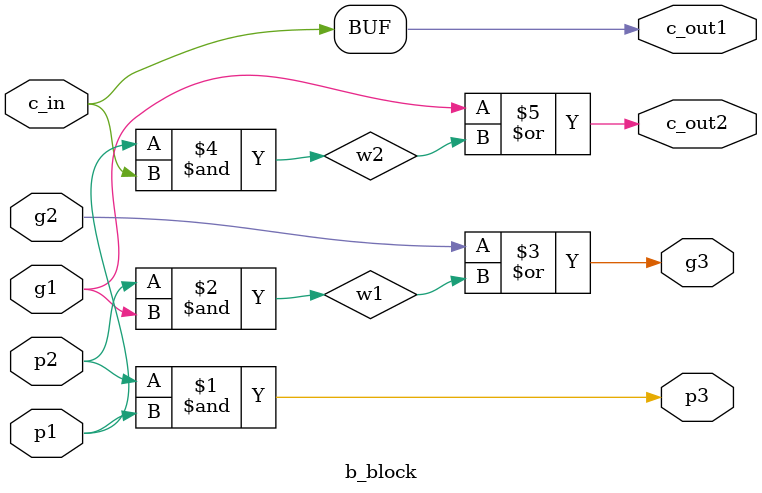
<source format=v>
`timescale 1ns / 1ps
module b_block(c_out2, c_out1, g3, p3, g2, p2, g1, p1, c_in);

   output c_out1, c_out2, g3, p3;
   input  g2, p2, g1, p1, c_in;

   wire   w1, w2;

   and (p3, p2, p1);
  
   and (w1, p2, g1);
   or (g3, g2, w1);
   
   assign c_out1 = c_in;
   
   and(w2, p1, c_in);
   or (c_out2, g1, w2);

endmodule

</source>
